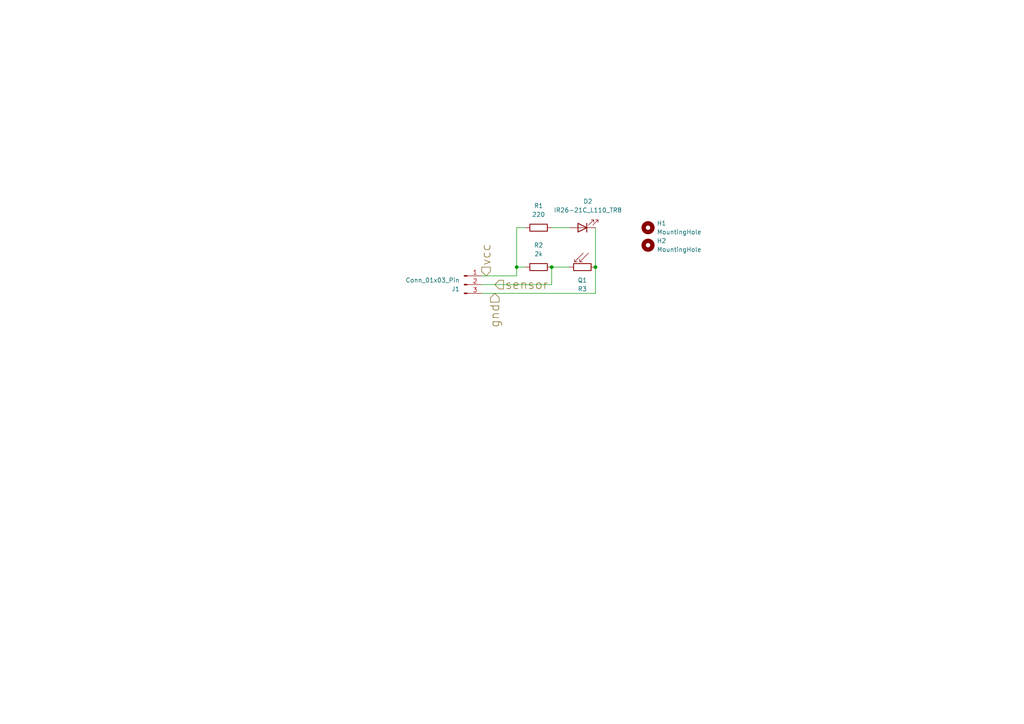
<source format=kicad_sch>
(kicad_sch (version 20250114) (generator "eeschema") (generator_version "9.0")
  (paper "A4")
  (title_block (rev "1.1.0"))
  (lib_symbols
    (symbol "Connector:Conn_01x03_Pin" (pin_names (offset 1.016) (hide yes))
      (property "Reference" "J" (at 0 5.08 0))
      (property "Value" "Conn_01x03_Pin" (at 0 -5.08 0))
      (symbol "Conn_01x03_Pin_1_1"
        (rectangle (start 0.8636 2.667) (end 0 2.413) (stroke (width 0.1524)) (fill (type outline)))
        (rectangle (start 0.8636 0.127) (end 0 -0.127) (stroke (width 0.1524)) (fill (type outline)))
        (rectangle (start 0.8636 -2.413) (end 0 -2.667) (stroke (width 0.1524)) (fill (type outline)))
        (polyline (pts (xy 1.27 2.54) (xy 0.8636 2.54)) (stroke (width 0.1524)))
        (polyline (pts (xy 1.27 0) (xy 0.8636 0)) (stroke (width 0.1524)))
        (polyline (pts (xy 1.27 -2.54) (xy 0.8636 -2.54)) (stroke (width 0.1524)))
        (pin passive line (at 5.08 2.54 180) (length 3.81) (name "Pin_1") (number "1"))
        (pin passive line (at 5.08 0 180) (length 3.81) (name "Pin_2") (number "2"))
        (pin passive line (at 5.08 -2.54 180) (length 3.81) (name "Pin_3") (number "3"))
      )
    )
    (symbol "Device:R" (pin_numbers (hide yes)) (pin_names (offset 0))
      (property "Reference" "R" (at 2.032 0 90))
      (property "Value" "R" (at 0 0 90))
      (symbol "R_0_1"
        (rectangle (start -1.016 -2.54) (end 1.016 2.54) (stroke (width 0.254)))
      )
      (symbol "R_1_1"
        (pin passive line (at 0 3.81 270) (length 1.27) (name "~") (number "1"))
        (pin passive line (at 0 -3.81 90) (length 1.27) (name "~") (number "2"))
      )
    )
    (symbol "LED:IR26-21C_L110_TR8" (pin_numbers (hide yes)) (pin_names (offset 1.016) (hide yes))
      (property "Reference" "D" (at 0 2.54 0))
      (property "Value" "IR26-21C_L110_TR8" (at 0 -3.81 0))
      (symbol "IR26-21C_L110_TR8_0_1"
        (polyline (pts (xy -3.048 -0.762) (xy -4.572 -2.286) (xy -3.81 -2.286) (xy -4.572 -2.286) (xy -4.572 -1.524)))
        (polyline (pts (xy -1.778 -0.762) (xy -3.302 -2.286) (xy -2.54 -2.286) (xy -3.302 -2.286) (xy -3.302 -1.524)))
        (polyline (pts (xy -1.27 0) (xy 1.27 0)))
        (polyline (pts (xy -1.27 -1.27) (xy -1.27 1.27)) (stroke (width 0.254)))
        (polyline (pts (xy 1.27 -1.27) (xy 1.27 1.27) (xy -1.27 0) (xy 1.27 -1.27)) (stroke (width 0.254)))
      )
      (symbol "IR26-21C_L110_TR8_1_1"
        (pin passive line (at -3.81 0 0) (length 2.54) (name "K") (number "1"))
        (pin passive line (at 3.81 0 180) (length 2.54) (name "A") (number "2"))
      )
    )
    (symbol "Mechanical:MountingHole" (pin_names (offset 1.016)) (exclude_from_sim yes) (in_bom no)
      (property "Reference" "H" (at 0 5.08 0))
      (property "Value" "MountingHole" (at 0 3.175 0))
      (symbol "MountingHole_0_1"
        (circle (center 0 0) (radius 1.27) (stroke (width 1.27)))
      )
    )
    (symbol "Sensor_Optical:LDR07" (pin_numbers (hide yes)) (pin_names (offset 0))
      (property "Reference" "R" (at -5.08 0 90))
      (property "Value" "LDR07" (at 1.905 0 90))
      (symbol "LDR07_0_1"
        (polyline (pts (xy -1.524 -0.762) (xy -4.064 1.778)))
        (polyline (pts (xy -1.524 -0.762) (xy -2.286 -0.762)))
        (polyline (pts (xy -1.524 -0.762) (xy -1.524 0)))
        (polyline (pts (xy -1.524 -2.286) (xy -4.064 0.254)))
        (polyline (pts (xy -1.524 -2.286) (xy -2.286 -2.286)))
        (polyline (pts (xy -1.524 -2.286) (xy -1.524 -1.524)))
        (rectangle (start -1.016 2.54) (end 1.016 -2.54) (stroke (width 0.254)))
      )
      (symbol "LDR07_1_1"
        (pin passive line (at 0 3.81 270) (length 1.27) (name "~") (number "1"))
        (pin passive line (at 0 -3.81 90) (length 1.27) (name "~") (number "2"))
      )
    )
  )
  (junction (at 160.02 77.47))
  (junction (at 172.72 77.47))
  (junction (at 149.86 77.47))
  (wire (pts (xy 139.7 80.01) (xy 149.86 80.01)))
  (wire (pts (xy 149.86 77.47) (xy 152.4 77.47)))
  (wire (pts (xy 172.72 66.04) (xy 172.72 77.47)))
  (wire (pts (xy 149.86 66.04) (xy 152.4 66.04)))
  (wire (pts (xy 172.72 85.09) (xy 139.7 85.09)))
  (wire (pts (xy 149.86 77.47) (xy 149.86 80.01)))
  (wire (pts (xy 160.02 77.47) (xy 165.1 77.47)))
  (wire (pts (xy 160.02 77.47) (xy 160.02 82.55)))
  (wire (pts (xy 149.86 66.04) (xy 149.86 77.47)))
  (wire (pts (xy 160.02 66.04) (xy 165.1 66.04)))
  (wire (pts (xy 172.72 77.47) (xy 172.72 85.09)))
  (wire (pts (xy 160.02 82.55) (xy 139.7 82.55)))
  (hierarchical_label "sensor" (shape input) (at 143.51 82.55 0) (effects (font (size 2.54 2.54))))
  (hierarchical_label "vcc" (shape input) (at 140.97 80.01 90) (effects (font (size 2.54 2.54))))
  (hierarchical_label "gnd" (shape input) (at 143.51 85.09 270) (effects (font (size 2.54 2.54))))
  (symbol (lib_id "Mechanical:MountingHole") (at 187.96 71.12 0) (unit 1) (exclude_from_sim yes) (in_bom no)
    (property "Reference" "H2" (at 190.5 69.8499 0) (effects (justify left)))
    (property "Value" "MountingHole" (at 190.5 72.3899 0) (effects (justify left)))
    (property "Footprint" "MountingHole:MountingHole_5.5mm" (effects (hide yes)))
    (property "Description" "Mounting Hole without connection" (effects (hide yes)))
  )
  (symbol (lib_id "LED:IR26-21C_L110_TR8") (at 168.91 66.04 180) (unit 1)
    (property "Reference" "D2" (at 170.4975 58.42 0))
    (property "Value" "IR26-21C_L110_TR8" (at 170.4975 60.96 0))
    (property "Footprint" "LED_THT:LED_D5.0mm_Horizontal_O3.81mm_Z3.0mm" (effects (hide yes)))
    (property "Datasheet" "http://www.everlight.com/file/ProductFile/IR26-21C-L110-TR8.pdf" (effects (hide yes)))
    (property "Description" "940nm, 20 deg, Infrared LED, 1206" (effects (hide yes)))
  )
  (symbol (lib_id "Device:R") (at 156.21 66.04 90) (unit 1)
    (property "Reference" "R1" (at 156.21 59.69 90))
    (property "Value" "220" (at 156.21 62.23 90))
    (property "Footprint" "Resistor_SMD:R_0805_2012Metric" (effects (hide yes)))
    (property "Description" "Resistor" (effects (hide yes)))
  )
  (symbol (lib_id "Mechanical:MountingHole") (at 187.96 66.04 90) (unit 1) (exclude_from_sim yes) (in_bom no)
    (property "Reference" "H1" (at 190.5 64.7699 90) (effects (justify right)))
    (property "Value" "MountingHole" (at 190.5 67.3099 90) (effects (justify right)))
    (property "Footprint" "MountingHole:MountingHole_5.5mm" (effects (hide yes)))
    (property "Description" "Mounting Hole without connection" (effects (hide yes)))
  )
  (symbol (lib_id "Connector:Conn_01x03_Pin") (at 134.62 82.55 0) (unit 1)
    (property "Reference" "J1" (at 133.35 83.8201 0) (effects (justify right)))
    (property "Value" "Conn_01x03_Pin" (at 133.35 81.2801 0) (effects (justify right)))
    (property "Footprint" "Connector_PinHeader_2.54mm:PinHeader_1x03_P2.54mm_Horizontal" (effects (hide yes)))
    (property "Description" "Generic connector, single row, 01x03, script generated" (effects (hide yes)))
    (property "MPN" "61300311021" (effects (hide yes)))
    (property "Manufacturer " "Wurth Elektronik" (effects (hide yes)))
  )
  (symbol (lib_id "Sensor_Optical:LDR07") (at 168.91 77.47 270) (unit 1)
    (property "Reference" "R3" (at 168.91 83.82 90))
    (property "Value" "Q1" (at 168.91 81.28 90))
    (property "Footprint" "LED_THT:LED_D5.0mm_Horizontal_O3.81mm_Z3.0mm" (effects (hide yes)))
    (property "Datasheet" "http://www.tme.eu/de/Document/f2e3ad76a925811312d226c31da4cd7e/LDR07.pdf" (effects (hide yes)))
    (property "Description" "light dependent resistor" (effects (hide yes)))
  )
  (symbol (lib_id "Device:R") (at 156.21 77.47 90) (unit 1)
    (property "Reference" "R2" (at 156.21 71.12 90))
    (property "Value" "2k" (at 156.21 73.66 90))
    (property "Footprint" "Resistor_SMD:R_0805_2012Metric" (effects (hide yes)))
    (property "Description" "Resistor" (effects (hide yes)))
  )
)
</source>
